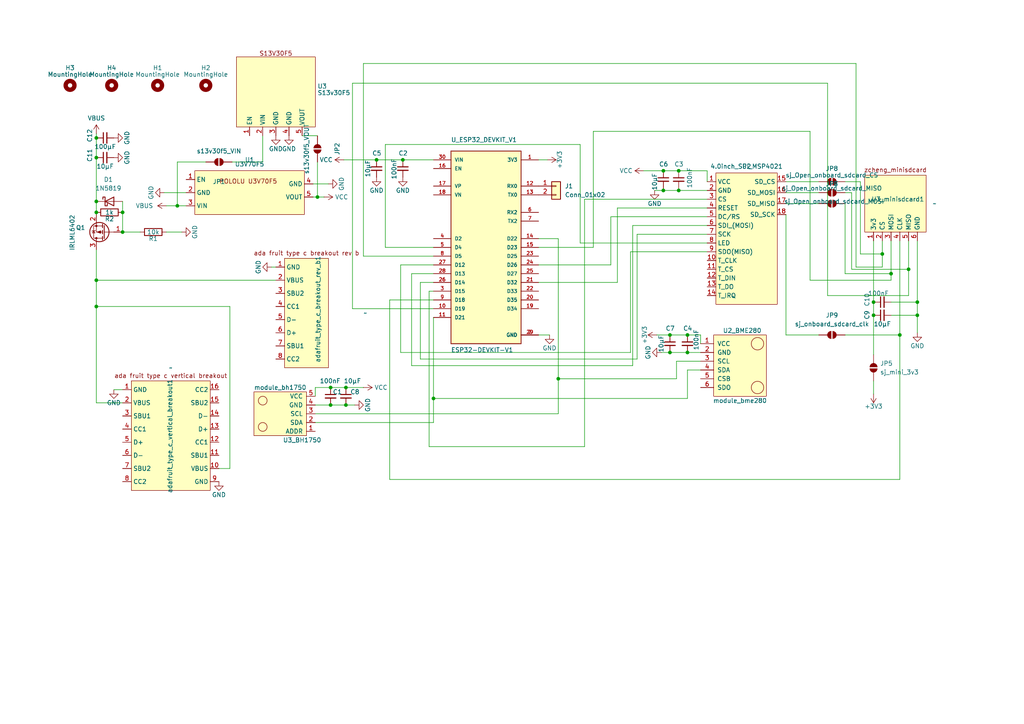
<source format=kicad_sch>
(kicad_sch (version 20231120) (generator "eeschema") (generator_version "8.0")
  (paper "A4")
  (title_block (title "Amefuri Kozo"))
  (lib_symbols
    (symbol "Connector_Generic:Conn_01x02" (pin_names (offset 1.016) hide)
      (property "Reference" "J" (at 0 2.54 0))
      (property "Value" "Conn_01x02" (at 0 -5.08 0))
      (symbol "Conn_01x02_1_1"
        (rectangle (start -1.27 -2.413) (end 0 -2.667) (stroke (width 0.1524)))
        (rectangle (start -1.27 0.127) (end 0 -0.127) (stroke (width 0.1524)))
        (rectangle (start -1.27 1.27) (end 1.27 -3.81) (stroke (width 0.254)) (fill (type background)))
        (pin passive line (at -5.08 0 0) (length 3.81) (name "Pin_1") (number "1"))
        (pin passive line (at -5.08 -2.54 0) (length 3.81) (name "Pin_2") (number "2"))
      )
    )
    (symbol "Device:C_Small" (pin_numbers hide) (pin_names (offset 0.254) hide)
      (property "Reference" "C" (at 0.254 1.778 0))
      (property "Value" "C_Small" (at 0.254 -2.032 0))
      (symbol "C_Small_0_1"
        (polyline (pts (xy -1.524 -0.508) (xy 1.524 -0.508)) (stroke (width 0.3302)))
        (polyline (pts (xy -1.524 0.508) (xy 1.524 0.508)) (stroke (width 0.3048)))
      )
      (symbol "C_Small_1_1"
        (pin passive line (at 0 2.54 270) (length 2.032) (name "~") (number "1"))
        (pin passive line (at 0 -2.54 90) (length 2.032) (name "~") (number "2"))
      )
    )
    (symbol "Device:R" (pin_numbers hide) (pin_names (offset 0))
      (property "Reference" "R" (at 2.032 0 90))
      (property "Value" "R" (at 0 0 90))
      (symbol "R_0_1"
        (rectangle (start -1.016 -2.54) (end 1.016 2.54) (stroke (width 0.254)))
      )
      (symbol "R_1_1"
        (pin passive line (at 0 3.81 270) (length 1.27) (name "~") (number "1"))
        (pin passive line (at 0 -3.81 90) (length 1.27) (name "~") (number "2"))
      )
    )
    (symbol "Diode:1N5819" (pin_numbers hide) (pin_names (offset 1.016) hide)
      (property "Reference" "D" (at 0 2.54 0))
      (property "Value" "1N5819" (at 0 -2.54 0))
      (symbol "1N5819_0_1"
        (polyline (pts (xy 1.27 0) (xy -1.27 0)))
        (polyline (pts (xy 1.27 1.27) (xy 1.27 -1.27) (xy -1.27 0) (xy 1.27 1.27)) (stroke (width 0.254)))
        (polyline (pts (xy -1.905 0.635) (xy -1.905 1.27) (xy -1.27 1.27) (xy -1.27 -1.27) (xy -0.635 -1.27) (xy -0.635 -0.635)) (stroke (width 0.254)))
      )
      (symbol "1N5819_1_1"
        (pin passive line (at -3.81 0 0) (length 2.54) (name "K") (number "1"))
        (pin passive line (at 3.81 0 180) (length 2.54) (name "A") (number "2"))
      )
    )
    (symbol "Jumper:SolderJumper_2_Open" (pin_numbers hide) (pin_names (offset 0) hide) (exclude_from_sim yes) (in_bom no)
      (property "Reference" "JP" (at 0 2.032 0))
      (property "Value" "SolderJumper_2_Open" (at 0 -2.54 0))
      (symbol "SolderJumper_2_Open_0_1"
        (arc (start -0.254 1.016) (mid -1.2656 0) (end -0.254 -1.016))
        (arc (start -0.254 1.016) (mid -1.2656 0) (end -0.254 -1.016) (fill (type outline)))
        (polyline (pts (xy -0.254 1.016) (xy -0.254 -1.016)))
        (polyline (pts (xy 0.254 1.016) (xy 0.254 -1.016)))
        (arc (start 0.254 -1.016) (mid 1.2656 0) (end 0.254 1.016))
        (arc (start 0.254 -1.016) (mid 1.2656 0) (end 0.254 1.016) (fill (type outline)))
      )
      (symbol "SolderJumper_2_Open_1_1"
        (pin passive line (at -3.81 0 0) (length 2.54) (name "A") (number "1"))
        (pin passive line (at 3.81 0 180) (length 2.54) (name "B") (number "2"))
      )
    )
    (symbol "Mechanical:MountingHole" (pin_names (offset 1.016))
      (property "Reference" "H" (at 0 5.08 0))
      (property "Value" "MountingHole" (at 0 3.175 0))
      (symbol "MountingHole_0_1"
        (circle (center 0 0) (radius 1.27) (stroke (width 1.27)))
      )
    )
    (symbol "Transistor_FET:IRLML6402" (pin_names hide)
      (property "Reference" "Q" (at 5.08 1.905 0))
      (property "Value" "IRLML6402" (at 5.08 0 0))
      (symbol "IRLML6402_0_1"
        (polyline (pts (xy 0.254 0) (xy -2.54 0)))
        (polyline (pts (xy 0.254 1.905) (xy 0.254 -1.905)) (stroke (width 0.254)))
        (polyline (pts (xy 0.762 -1.27) (xy 0.762 -2.286)) (stroke (width 0.254)))
        (polyline (pts (xy 0.762 0.508) (xy 0.762 -0.508)) (stroke (width 0.254)))
        (polyline (pts (xy 0.762 2.286) (xy 0.762 1.27)) (stroke (width 0.254)))
        (polyline (pts (xy 2.54 2.54) (xy 2.54 1.778)))
        (polyline (pts (xy 2.54 -2.54) (xy 2.54 0) (xy 0.762 0)))
        (polyline (pts (xy 0.762 1.778) (xy 3.302 1.778) (xy 3.302 -1.778) (xy 0.762 -1.778)))
        (polyline (pts (xy 2.286 0) (xy 1.27 0.381) (xy 1.27 -0.381) (xy 2.286 0)) (fill (type outline)))
        (polyline (pts (xy 2.794 -0.508) (xy 2.921 -0.381) (xy 3.683 -0.381) (xy 3.81 -0.254)))
        (polyline (pts (xy 3.302 -0.381) (xy 2.921 0.254) (xy 3.683 0.254) (xy 3.302 -0.381)))
        (circle (center 1.651 0) (radius 2.794) (stroke (width 0.254)))
        (circle (center 2.54 -1.778) (radius 0.254) (fill (type outline)))
        (circle (center 2.54 1.778) (radius 0.254) (fill (type outline)))
      )
      (symbol "IRLML6402_1_1"
        (pin input line (at -5.08 0 0) (length 2.54) (name "G") (number "1"))
        (pin passive line (at 2.54 -5.08 90) (length 2.54) (name "S") (number "2"))
        (pin passive line (at 2.54 5.08 270) (length 2.54) (name "D") (number "3"))
      )
    )
    (symbol "boost_converter:pololu_S13V30F5"
      (property "Reference" "U3" (at 12.065 0.3839 0))
      (property "Value" "S13v30F5" (at 12.065 -1.5212 0))
      (symbol "pololu_S13V30F5_1_1"
        (rectangle (start -11.43 8.89) (end 11.43 -11.43) (fill (type background)))
        (text "S13V30F5" (at 0 9.906 0) (effects (font (size 1.27 1.27))))
        (pin input line (at -7.62 -13.97 90) (length 2.54) (name "EN") (number "1"))
        (pin input line (at -3.81 -13.97 90) (length 2.54) (name "VIN") (number "2"))
        (pin input line (at 0 -13.97 90) (length 2.54) (name "GND") (number "3"))
        (pin input line (at 3.81 -13.97 90) (length 2.54) (name "GND") (number "4"))
        (pin input line (at 7.62 -13.97 90) (length 2.54) (name "VOUT") (number "5"))
      )
    )
    (symbol "buck_converter:U3V70F5"
      (property "Reference" "U" (at -14.224 7.366 0))
      (symbol "U3V70F5_1_1"
        (rectangle (start -15.24 6.35) (end 16.51 -6.35) (fill (type background)))
        (text "POLOLU U3V70F5" (at 0.254 3.302 0) (effects (font (size 1.27 1.27))))
        (pin input line (at -17.78 3.81 0) (length 2.54) (name "EN") (number "1"))
        (pin input line (at -17.78 0 0) (length 2.54) (name "GND") (number "2"))
        (pin input line (at -17.78 -3.81 0) (length 2.54) (name "VIN") (number "3"))
        (pin output line (at 19.05 2.54 180) (length 2.54) (name "GND") (number "4"))
        (pin output line (at 19.05 -1.27 180) (length 2.54) (name "VOUT") (number "5"))
      )
    )
    (symbol "doit-esp32-devkit-v1:ESP32-DEVKIT-V1" (pin_names (offset 1.016))
      (property "Reference" "U" (at -10.16 30.48 0))
      (property "Value" "ESP32-DEVKIT-V1" (at -10.16 -30.48 0))
      (symbol "ESP32-DEVKIT-V1_0_0"
        (rectangle (start -10.16 -27.94) (end 10.16 27.94) (stroke (width 0.254)) (fill (type background)))
        (pin output line (at 15.24 25.4 180) (length 5.08) (name "3V3") (number "1"))
        (pin bidirectional line (at -15.24 -17.78 0) (length 5.08) (name "D19") (number "10"))
        (pin bidirectional line (at -15.24 -20.32 0) (length 5.08) (name "D21") (number "11"))
        (pin input line (at 15.24 17.78 180) (length 5.08) (name "RX0") (number "12"))
        (pin output line (at 15.24 15.24 180) (length 5.08) (name "TX0") (number "13"))
        (pin bidirectional line (at 15.24 2.54 180) (length 5.08) (name "D22") (number "14"))
        (pin bidirectional line (at 15.24 0 180) (length 5.08) (name "D23") (number "15"))
        (pin input line (at -15.24 22.86 0) (length 5.08) (name "EN") (number "16"))
        (pin bidirectional line (at -15.24 17.78 0) (length 5.08) (name "VP") (number "17"))
        (pin bidirectional line (at -15.24 15.24 0) (length 5.08) (name "VN") (number "18"))
        (pin bidirectional line (at 15.24 -17.78 180) (length 5.08) (name "D34") (number "19"))
        (pin power_in line (at 15.24 -25.4 180) (length 5.08) (name "GND") (number "2"))
        (pin bidirectional line (at 15.24 -15.24 180) (length 5.08) (name "D35") (number "20"))
        (pin bidirectional line (at 15.24 -10.16 180) (length 5.08) (name "D32") (number "21"))
        (pin bidirectional line (at 15.24 -12.7 180) (length 5.08) (name "D33") (number "22"))
        (pin bidirectional line (at 15.24 -2.54 180) (length 5.08) (name "D25") (number "23"))
        (pin bidirectional line (at 15.24 -5.08 180) (length 5.08) (name "D26") (number "24"))
        (pin bidirectional line (at 15.24 -7.62 180) (length 5.08) (name "D27") (number "25"))
        (pin bidirectional line (at -15.24 -10.16 0) (length 5.08) (name "D14") (number "26"))
        (pin bidirectional line (at -15.24 -5.08 0) (length 5.08) (name "D12") (number "27"))
        (pin bidirectional line (at -15.24 -7.62 0) (length 5.08) (name "D13") (number "28"))
        (pin power_in line (at 15.24 -25.4 180) (length 5.08) (name "GND") (number "29"))
        (pin bidirectional line (at -15.24 -12.7 0) (length 5.08) (name "D15") (number "3"))
        (pin input line (at -15.24 25.4 0) (length 5.08) (name "VIN") (number "30"))
        (pin bidirectional line (at -15.24 2.54 0) (length 5.08) (name "D2") (number "4"))
        (pin bidirectional line (at -15.24 0 0) (length 5.08) (name "D4") (number "5"))
        (pin input line (at 15.24 10.16 180) (length 5.08) (name "RX2") (number "6"))
        (pin output line (at 15.24 7.62 180) (length 5.08) (name "TX2") (number "7"))
        (pin bidirectional line (at -15.24 -2.54 0) (length 5.08) (name "D5") (number "8"))
        (pin bidirectional line (at -15.24 -15.24 0) (length 5.08) (name "D18") (number "9"))
      )
    )
    (symbol "lcd:4.0inch_SPI_MSP4021"
      (property "Reference" "U" (at 0 0 0))
      (property "Value" "4.0inch_SPI_MSP4021" (at 0 0 0))
      (symbol "4.0inch_SPI_MSP4021_0_1"
        (rectangle (start -8.89 -1.905) (end 8.89 -40.005) (stroke (width 0.1524)) (fill (type background)))
      )
      (symbol "4.0inch_SPI_MSP4021_1_1"
        (pin input line (at -11.43 -4.445 0) (length 2.54) (name "VCC") (number "1"))
        (pin input line (at -11.43 -27.305 0) (length 2.54) (name "T_CLK") (number "10"))
        (pin input line (at -11.43 -29.845 0) (length 2.54) (name "T_CS") (number "11"))
        (pin input line (at -11.43 -32.385 0) (length 2.54) (name "T_DIN") (number "12"))
        (pin input line (at -11.43 -34.925 0) (length 2.54) (name "T_DO") (number "13"))
        (pin input line (at -11.43 -37.465 0) (length 2.54) (name "T_IRQ") (number "14"))
        (pin input line (at 11.43 -4.445 180) (length 2.54) (name "SD_CS") (number "15"))
        (pin input line (at 11.43 -7.62 180) (length 2.54) (name "SD_MOSI") (number "16"))
        (pin input line (at 11.43 -10.795 180) (length 2.54) (name "SD_MISO") (number "17"))
        (pin input line (at 11.43 -13.97 180) (length 2.54) (name "SD_SCK") (number "18"))
        (pin input line (at -11.43 -6.985 0) (length 2.54) (name "GND") (number "2"))
        (pin input line (at -11.43 -9.525 0) (length 2.54) (name "CS") (number "3"))
        (pin input line (at -11.43 -12.065 0) (length 2.54) (name "RESET") (number "4"))
        (pin input line (at -11.43 -14.605 0) (length 2.54) (name "DC/RS") (number "5"))
        (pin input line (at -11.43 -17.145 0) (length 2.54) (name "SDI_(MOSI)") (number "6"))
        (pin input line (at -11.43 -19.685 0) (length 2.54) (name "SCK") (number "7"))
        (pin input line (at -11.43 -22.225 0) (length 2.54) (name "LED") (number "8"))
        (pin input line (at -11.43 -24.765 0) (length 2.54) (name "SDO(MISO)") (number "9"))
      )
    )
    (symbol "power:+3V3" (power) (pin_names (offset 0))
      (property "Value" "+3V3" (at 0 3.556 0))
      (symbol "+3V3_0_1"
        (polyline (pts (xy -0.762 1.27) (xy 0 2.54)))
        (polyline (pts (xy 0 0) (xy 0 2.54)))
        (polyline (pts (xy 0 2.54) (xy 0.762 1.27)))
      )
      (symbol "+3V3_1_1"
        (pin power_in line (at 0 0 90) (length 0) hide (name "+3V3") (number "1"))
      )
    )
    (symbol "power:GND" (power) (pin_names (offset 0))
      (property "Value" "GND" (at 0 -3.81 0))
      (symbol "GND_0_1"
        (polyline (pts (xy 0 0) (xy 0 -1.27) (xy 1.27 -1.27) (xy 0 -2.54) (xy -1.27 -1.27) (xy 0 -1.27)))
      )
      (symbol "GND_1_1"
        (pin power_in line (at 0 0 270) (length 0) hide (name "GND") (number "1"))
      )
    )
    (symbol "power:VBUS" (power) (pin_numbers hide) (pin_names (offset 0) hide)
      (property "Value" "VBUS" (at 0 3.556 0))
      (symbol "VBUS_0_1"
        (polyline (pts (xy -0.762 1.27) (xy 0 2.54)))
        (polyline (pts (xy 0 0) (xy 0 2.54)))
        (polyline (pts (xy 0 2.54) (xy 0.762 1.27)))
      )
      (symbol "VBUS_1_1"
        (pin power_in line (at 0 0 90) (length 0) (name "~") (number "1"))
      )
    )
    (symbol "power:VCC" (power) (pin_numbers hide) (pin_names (offset 0) hide)
      (property "Value" "VCC" (at 0 3.556 0))
      (symbol "VCC_0_1"
        (polyline (pts (xy -0.762 1.27) (xy 0 2.54)))
        (polyline (pts (xy 0 0) (xy 0 2.54)))
        (polyline (pts (xy 0 2.54) (xy 0.762 1.27)))
      )
      (symbol "VCC_1_1"
        (pin power_in line (at 0 0 90) (length 0) (name "~") (number "1"))
      )
    )
    (symbol "usb_breakout:adafruit_usb_type_c_breakout_rev_b" (in_bom no)
      (property "Reference" "U" (at 5.08 0 0))
      (symbol "adafruit_usb_type_c_breakout_rev_b_1_1"
        (rectangle (start -6.35 12.7) (end 6.35 -19.05) (fill (type background)))
        (text "ada fruit type c breakout rev b" (at 0 14.224 0) (effects (font (size 1.27 1.27))))
        (pin output line (at -8.89 10.16 0) (length 2.54) (name "GND") (number "1"))
        (pin output line (at -8.89 6.35 0) (length 2.54) (name "VBUS") (number "2"))
        (pin output line (at -8.89 2.54 0) (length 2.54) (name "SBU2") (number "3"))
        (pin output line (at -8.89 -1.27 0) (length 2.54) (name "CC1") (number "4"))
        (pin output line (at -8.89 -5.08 0) (length 2.54) (name "D-") (number "5"))
        (pin output line (at -8.89 -8.89 0) (length 2.54) (name "D+") (number "6"))
        (pin output line (at -8.89 -12.7 0) (length 2.54) (name "SBU1") (number "7"))
        (pin output line (at -8.89 -16.51 0) (length 2.54) (name "CC2") (number "8"))
      )
    )
    (symbol "usb_breakout:adafruit_usb_type_c_vertical_breakout" (in_bom no)
      (property "Reference" "U" (at 0 0 0))
      (symbol "adafruit_usb_type_c_vertical_breakout_1_1"
        (rectangle (start -11.43 12.7) (end 11.43 -19.05) (fill (type background)))
        (text "ada fruit type c vertical breakout" (at 0 14.224 0) (effects (font (size 1.27 1.27))))
        (pin output line (at -13.97 10.16 0) (length 2.54) (name "GND") (number "1"))
        (pin output line (at 13.97 -12.7 180) (length 2.54) (name "VBUS") (number "10"))
        (pin output line (at 13.97 -8.89 180) (length 2.54) (name "SBU1") (number "11"))
        (pin output line (at 13.97 -5.08 180) (length 2.54) (name "CC1") (number "12"))
        (pin output line (at 13.97 -1.27 180) (length 2.54) (name "D+") (number "13"))
        (pin output line (at 13.97 2.54 180) (length 2.54) (name "D-") (number "14"))
        (pin output line (at 13.97 6.35 180) (length 2.54) (name "SBU2") (number "15"))
        (pin output line (at 13.97 10.16 180) (length 2.54) (name "CC2") (number "16"))
        (pin output line (at -13.97 6.35 0) (length 2.54) (name "VBUS") (number "2"))
        (pin output line (at -13.97 2.54 0) (length 2.54) (name "SBU1") (number "3"))
        (pin output line (at -13.97 -1.27 0) (length 2.54) (name "CC1") (number "4"))
        (pin output line (at -13.97 -5.08 0) (length 2.54) (name "D+") (number "5"))
        (pin output line (at -13.97 -8.89 0) (length 2.54) (name "D-") (number "6"))
        (pin output line (at -13.97 -12.7 0) (length 2.54) (name "SBU2") (number "7"))
        (pin output line (at -13.97 -16.51 0) (length 2.54) (name "CC2") (number "8"))
        (pin output line (at 13.97 -16.51 180) (length 2.54) (name "GND") (number "9"))
      )
    )
    (symbol "usini_sensors:module_bh1750" (pin_names (offset 1.016))
      (property "Reference" "U" (at 3.81 10.16 0))
      (property "Value" "module_bh1750" (at 10.16 -5.08 0))
      (symbol "module_bh1750_0_1"
        (rectangle (start 2.54 8.89) (end 17.78 -3.81) (fill (type background)))
        (circle (center 15.24 -1.27) (radius 1.27))
        (circle (center 15.24 6.35) (radius 1.27))
      )
      (symbol "module_bh1750_1_1"
        (pin input line (at 0 7.62 0) (length 2.54) (name "ADDR") (number "1"))
        (pin input line (at 0 5.08 0) (length 2.54) (name "SDA") (number "2"))
        (pin input line (at 0 2.54 0) (length 2.54) (name "SCL") (number "3"))
        (pin input line (at 0 0 0) (length 2.54) (name "GND") (number "4"))
        (pin input line (at 0 -2.54 0) (length 2.54) (name "VCC") (number "5"))
      )
    )
    (symbol "usini_sensors:module_bme280" (pin_names (offset 1.016))
      (property "Reference" "U" (at 3.81 11.43 0))
      (property "Value" "module_bme280" (at 11.43 -8.89 0))
      (symbol "module_bme280_0_1"
        (rectangle (start 3.81 -7.62) (end 19.05 10.16) (fill (type background)))
        (circle (center 16.51 -5.08) (radius 1.8034))
        (circle (center 16.51 7.62) (radius 1.8034))
      )
      (symbol "module_bme280_1_1"
        (pin passive line (at 0 7.62 0) (length 3.81) (name "VCC") (number "1"))
        (pin passive line (at 0 5.08 0) (length 3.81) (name "GND") (number "2"))
        (pin passive line (at 0 2.54 0) (length 3.81) (name "SCL") (number "3"))
        (pin passive line (at 0 0 0) (length 3.81) (name "SDA") (number "4"))
        (pin passive line (at 0 -2.54 0) (length 3.81) (name "CSB") (number "5"))
        (pin passive line (at 0 -5.08 0) (length 3.81) (name "SDO") (number "6"))
      )
    )
    (symbol "zicheng_minisdcard:zicheng_minisdcard"
      (property "Reference" "U" (at 0 0 0))
      (symbol "zicheng_minisdcard_1_1"
        (rectangle (start -8.89 8.89) (end 8.89 -7.62) (fill (type background)))
        (text "zcheng_minisdcard" (at 0 10.414 0) (effects (font (size 1.27 1.27))))
        (pin input line (at -6.35 -10.16 90) (length 2.54) (name "3v3") (number "1"))
        (pin input line (at -3.81 -10.16 90) (length 2.54) (name "CS") (number "2"))
        (pin input line (at -1.27 -10.16 90) (length 2.54) (name "MOSI") (number "3"))
        (pin input line (at 1.27 -10.16 90) (length 2.54) (name "CLK") (number "4"))
        (pin input line (at 3.81 -10.16 90) (length 2.54) (name "MISO") (number "5"))
        (pin input line (at 6.35 -10.16 90) (length 2.54) (name "GND") (number "6"))
      )
    )
  )
  (junction (at 27.94 88.9))
  (junction (at 92.075 57.15))
  (junction (at 253.365 87.63))
  (junction (at 194.31 102.235))
  (junction (at 125.73 115.57))
  (junction (at 194.31 97.155))
  (junction (at 95.885 112.395))
  (junction (at 255.905 73.66))
  (junction (at 199.39 97.155))
  (junction (at 258.445 79.375))
  (junction (at 192.405 49.53))
  (junction (at 260.985 97.155))
  (junction (at 266.065 91.44))
  (junction (at 161.925 109.855))
  (junction (at 51.435 59.69))
  (junction (at 27.94 58.42))
  (junction (at 192.405 55.245))
  (junction (at 27.94 81.28))
  (junction (at 253.365 91.44))
  (junction (at 266.065 87.63))
  (junction (at 35.56 67.31))
  (junction (at 100.33 117.475))
  (junction (at 109.22 46.355))
  (junction (at 95.885 117.475))
  (junction (at 196.85 55.245))
  (junction (at 199.39 102.235))
  (junction (at 196.85 49.53))
  (junction (at 263.525 78.105))
  (junction (at 35.56 61.595))
  (junction (at 116.84 46.355))
  (junction (at 100.33 112.395))
  (junction (at 27.94 45.72))
  (junction (at 27.94 61.595))
  (junction (at 27.94 40.005))
  (wire (pts (xy 205.105 62.865) (xy 177.165 62.865)))
  (wire (pts (xy 113.03 139.065) (xy 260.985 139.065)))
  (wire (pts (xy 258.445 91.44) (xy 266.065 91.44)))
  (wire (pts (xy 196.85 54.61) (xy 196.85 55.245)))
  (wire (pts (xy 194.31 97.155) (xy 199.39 97.155)))
  (wire (pts (xy 48.26 59.69) (xy 51.435 59.69)))
  (wire (pts (xy 27.94 38.735) (xy 27.94 40.005)))
  (wire (pts (xy 51.435 59.69) (xy 53.975 59.69)))
  (wire (pts (xy 95.885 117.475) (xy 100.33 117.475)))
  (wire (pts (xy 35.56 58.42) (xy 35.56 61.595)))
  (wire (pts (xy 182.88 73.025) (xy 182.88 102.235)))
  (wire (pts (xy 66.675 135.89) (xy 63.5 135.89)))
  (wire (pts (xy 196.85 49.53) (xy 205.105 49.53)))
  (wire (pts (xy 105.41 74.295) (xy 125.73 74.295)))
  (wire (pts (xy 172.085 38.1) (xy 234.95 38.1)))
  (wire (pts (xy 234.95 38.1) (xy 234.95 81.28)))
  (wire (pts (xy 27.94 72.39) (xy 27.94 81.28)))
  (wire (pts (xy 245.11 59.055) (xy 245.11 79.375)))
  (wire (pts (xy 121.92 104.14) (xy 121.92 81.915)))
  (wire (pts (xy 227.965 62.23) (xy 227.965 97.155)))
  (wire (pts (xy 161.925 69.215) (xy 156.21 69.215)))
  (wire (pts (xy 116.205 76.835) (xy 125.73 76.835)))
  (wire (pts (xy 177.165 76.835) (xy 156.21 76.835)))
  (wire (pts (xy 240.03 24.13) (xy 240.03 85.725)))
  (wire (pts (xy 191.77 102.235) (xy 194.31 102.235)))
  (wire (pts (xy 102.235 24.13) (xy 240.03 24.13)))
  (wire (pts (xy 27.94 88.9) (xy 27.94 116.84)))
  (wire (pts (xy 124.46 129.54) (xy 124.46 84.455)))
  (wire (pts (xy 102.235 24.13) (xy 102.235 89.535)))
  (wire (pts (xy 263.525 78.105) (xy 263.525 69.85)))
  (wire (pts (xy 27.94 81.28) (xy 27.94 88.9)))
  (wire (pts (xy 248.285 18.415) (xy 248.285 77.47)))
  (wire (pts (xy 169.545 129.54) (xy 124.46 129.54)))
  (wire (pts (xy 203.2 104.775) (xy 196.215 104.775)))
  (wire (pts (xy 35.56 67.31) (xy 40.64 67.31)))
  (wire (pts (xy 184.785 67.945) (xy 184.785 104.14)))
  (wire (pts (xy 255.905 77.47) (xy 255.905 73.66)))
  (wire (pts (xy 203.2 107.315) (xy 199.39 107.315)))
  (wire (pts (xy 194.31 102.235) (xy 199.39 102.235)))
  (wire (pts (xy 33.02 113.03) (xy 35.56 113.03)))
  (wire (pts (xy 205.105 57.785) (xy 169.545 57.785)))
  (wire (pts (xy 199.39 102.235) (xy 203.2 102.235)))
  (wire (pts (xy 119.38 106.045) (xy 119.38 79.375)))
  (wire (pts (xy 258.445 87.63) (xy 266.065 87.63)))
  (wire (pts (xy 87.63 39.37) (xy 92.075 39.37)))
  (wire (pts (xy 247.015 55.88) (xy 247.015 78.105)))
  (wire (pts (xy 245.11 97.155) (xy 260.985 97.155)))
  (wire (pts (xy 27.94 81.28) (xy 80.01 81.28)))
  (wire (pts (xy 248.285 77.47) (xy 255.905 77.47)))
  (wire (pts (xy 205.105 65.405) (xy 183.515 65.405)))
  (wire (pts (xy 186.69 49.53) (xy 192.405 49.53)))
  (wire (pts (xy 184.785 104.14) (xy 121.92 104.14)))
  (wire (pts (xy 102.235 89.535) (xy 125.73 89.535)))
  (wire (pts (xy 105.41 18.415) (xy 248.285 18.415)))
  (wire (pts (xy 156.21 97.155) (xy 159.385 97.155)))
  (wire (pts (xy 113.03 86.995) (xy 113.03 139.065)))
  (wire (pts (xy 266.065 87.63) (xy 266.065 91.44)))
  (wire (pts (xy 227.965 97.155) (xy 237.49 97.155)))
  (wire (pts (xy 172.085 38.1) (xy 172.085 71.755)))
  (wire (pts (xy 109.22 46.355) (xy 116.84 46.355)))
  (wire (pts (xy 169.545 57.785) (xy 169.545 129.54)))
  (wire (pts (xy 253.365 87.63) (xy 253.365 91.44)))
  (wire (pts (xy 199.39 97.155) (xy 203.2 97.155)))
  (wire (pts (xy 91.44 120.015) (xy 161.925 120.015)))
  (wire (pts (xy 179.07 81.915) (xy 156.21 81.915)))
  (wire (pts (xy 249.555 52.705) (xy 249.555 73.66)))
  (wire (pts (xy 91.44 112.395) (xy 95.885 112.395)))
  (wire (pts (xy 168.275 70.485) (xy 168.275 41.91)))
  (wire (pts (xy 35.56 61.595) (xy 35.56 67.31)))
  (wire (pts (xy 260.985 139.065) (xy 260.985 97.155)))
  (wire (pts (xy 263.525 85.725) (xy 263.525 78.105)))
  (wire (pts (xy 192.405 55.245) (xy 196.85 55.245)))
  (wire (pts (xy 90.805 53.34) (xy 95.25 53.34)))
  (wire (pts (xy 183.515 106.045) (xy 119.38 106.045)))
  (wire (pts (xy 196.215 109.855) (xy 161.925 109.855)))
  (wire (pts (xy 245.11 79.375) (xy 258.445 79.375)))
  (wire (pts (xy 27.94 58.42) (xy 27.94 61.595)))
  (wire (pts (xy 190.5 97.155) (xy 194.31 97.155)))
  (wire (pts (xy 27.94 40.005) (xy 27.94 45.72)))
  (wire (pts (xy 199.39 115.57) (xy 125.73 115.57)))
  (wire (pts (xy 125.73 92.075) (xy 125.73 115.57)))
  (wire (pts (xy 205.105 49.53) (xy 205.105 52.705)))
  (wire (pts (xy 116.84 46.355) (xy 125.73 46.355)))
  (wire (pts (xy 99.695 46.355) (xy 109.22 46.355)))
  (wire (pts (xy 245.11 52.705) (xy 249.555 52.705)))
  (wire (pts (xy 27.94 88.9) (xy 66.675 88.9)))
  (wire (pts (xy 245.11 55.88) (xy 247.015 55.88)))
  (wire (pts (xy 59.69 46.99) (xy 51.435 46.99)))
  (wire (pts (xy 78.74 77.47) (xy 80.01 77.47)))
  (wire (pts (xy 199.39 107.315) (xy 199.39 115.57)))
  (wire (pts (xy 27.94 61.595) (xy 27.94 62.23)))
  (wire (pts (xy 90.805 57.15) (xy 92.075 57.15)))
  (wire (pts (xy 105.41 18.415) (xy 105.41 74.295)))
  (wire (pts (xy 91.44 122.555) (xy 125.73 122.555)))
  (wire (pts (xy 35.56 116.84) (xy 27.94 116.84)))
  (wire (pts (xy 258.445 81.28) (xy 258.445 79.375)))
  (wire (pts (xy 183.515 65.405) (xy 183.515 106.045)))
  (wire (pts (xy 111.76 41.91) (xy 111.76 71.755)))
  (wire (pts (xy 227.965 52.705) (xy 237.49 52.705)))
  (wire (pts (xy 260.985 97.155) (xy 260.985 69.85)))
  (wire (pts (xy 51.435 46.99) (xy 51.435 59.69)))
  (wire (pts (xy 66.675 88.9) (xy 66.675 135.89)))
  (wire (pts (xy 179.07 60.325) (xy 179.07 81.915)))
  (wire (pts (xy 253.365 102.87) (xy 253.365 91.44)))
  (wire (pts (xy 91.44 117.475) (xy 95.885 117.475)))
  (wire (pts (xy 161.925 109.855) (xy 161.925 120.015)))
  (wire (pts (xy 253.365 69.85) (xy 253.365 87.63)))
  (wire (pts (xy 255.905 73.66) (xy 255.905 69.85)))
  (wire (pts (xy 91.44 112.395) (xy 91.44 114.935)))
  (wire (pts (xy 258.445 79.375) (xy 258.445 69.85)))
  (wire (pts (xy 76.2 39.37) (xy 76.2 46.99)))
  (wire (pts (xy 168.275 70.485) (xy 205.105 70.485)))
  (wire (pts (xy 189.865 55.245) (xy 192.405 55.245)))
  (wire (pts (xy 234.95 81.28) (xy 258.445 81.28)))
  (wire (pts (xy 196.85 55.245) (xy 205.105 55.245)))
  (wire (pts (xy 116.205 102.235) (xy 116.205 76.835)))
  (wire (pts (xy 113.03 86.995) (xy 125.73 86.995)))
  (wire (pts (xy 205.105 60.325) (xy 179.07 60.325)))
  (wire (pts (xy 203.2 97.155) (xy 203.2 99.695)))
  (wire (pts (xy 161.925 69.215) (xy 161.925 109.855)))
  (wire (pts (xy 47.625 55.88) (xy 53.975 55.88)))
  (wire (pts (xy 247.015 78.105) (xy 263.525 78.105)))
  (wire (pts (xy 121.92 81.915) (xy 125.73 81.915)))
  (wire (pts (xy 172.085 71.755) (xy 156.21 71.755)))
  (wire (pts (xy 205.105 73.025) (xy 182.88 73.025)))
  (wire (pts (xy 111.76 71.755) (xy 125.73 71.755)))
  (wire (pts (xy 182.88 102.235) (xy 116.205 102.235)))
  (wire (pts (xy 76.2 46.99) (xy 67.31 46.99)))
  (wire (pts (xy 177.165 62.865) (xy 177.165 76.835)))
  (wire (pts (xy 249.555 73.66) (xy 255.905 73.66)))
  (wire (pts (xy 192.405 49.53) (xy 196.85 49.53)))
  (wire (pts (xy 168.275 41.91) (xy 111.76 41.91)))
  (wire (pts (xy 27.94 45.72) (xy 27.94 58.42)))
  (wire (pts (xy 196.215 104.775) (xy 196.215 109.855)))
  (wire (pts (xy 240.03 85.725) (xy 263.525 85.725)))
  (wire (pts (xy 119.38 79.375) (xy 125.73 79.375)))
  (wire (pts (xy 92.075 57.15) (xy 93.98 57.15)))
  (wire (pts (xy 156.21 46.355) (xy 158.75 46.355)))
  (wire (pts (xy 92.075 46.99) (xy 92.075 57.15)))
  (wire (pts (xy 192.405 54.61) (xy 192.405 55.245)))
  (wire (pts (xy 266.065 91.44) (xy 266.065 96.52)))
  (wire (pts (xy 227.965 55.88) (xy 237.49 55.88)))
  (wire (pts (xy 95.885 112.395) (xy 100.33 112.395)))
  (wire (pts (xy 48.26 67.31) (xy 52.705 67.31)))
  (wire (pts (xy 266.065 69.85) (xy 266.065 87.63)))
  (wire (pts (xy 205.105 67.945) (xy 184.785 67.945)))
  (wire (pts (xy 237.49 59.055) (xy 227.965 59.055)))
  (wire (pts (xy 124.46 84.455) (xy 125.73 84.455)))
  (wire (pts (xy 100.33 112.395) (xy 105.41 112.395)))
  (wire (pts (xy 100.33 117.475) (xy 102.87 117.475)))
  (wire (pts (xy 125.73 115.57) (xy 125.73 122.555)))
  (wire (pts (xy 253.365 114.3) (xy 253.365 110.49)))
  (symbol (lib_id "usini_sensors:module_bme280") (at 203.2 107.315 0) (unit 1)
    (property "Reference" "U2_BME280" (at 215.265 95.885 0))
    (property "Value" "module_bme280" (at 214.63 116.205 0))
    (property "Footprint" "usini_sensors:module_bme280" (effects (hide yes)))
  )
  (symbol (lib_id "Device:C_Small") (at 30.48 45.72 90) (unit 1)
    (property "Reference" "C11" (at 26.035 46.99 0) (effects (justify left)))
    (property "Value" "10µF" (at 33.02 48.26 90) (effects (justify left)))
    (property "Footprint" "Capacitor_SMD:C_1206_3216Metric_Pad1.33x1.80mm_HandSolder" (effects (hide yes)))
    (property "Description" "Unpolarized capacitor, small symbol" (effects (hide yes)))
  )
  (symbol (lib_id "buck_converter:U3V70F5") (at 71.755 55.88 0) (unit 1)
    (property "Reference" "U1" (at 72.39 46.355 0))
    (property "Value" "U3V70F5" (at 72.39 47.625 0))
    (property "Footprint" "boost_converter:Pololu U3V70F5" (effects (hide yes)))
  )
  (symbol (lib_id "Device:C_Small") (at 30.48 40.005 90) (unit 1)
    (property "Reference" "C12" (at 26.035 41.275 0) (effects (justify left)))
    (property "Value" "100 µF" (at 33.655 42.545 90) (effects (justify left)))
    (property "Footprint" "Capacitor_SMD:C_1206_3216Metric_Pad1.33x1.80mm_HandSolder" (effects (hide yes)))
    (property "Description" "Unpolarized capacitor, small symbol" (effects (hide yes)))
  )
  (symbol (lib_id "power:GND") (at 33.02 40.005 90) (unit 1)
    (property "Reference" "#PWR019" (effects (hide yes)))
    (property "Value" "GND" (at 36.83 40.005 0))
  )
  (symbol (lib_id "Device:C_Small") (at 192.405 52.07 0) (unit 1)
    (property "Reference" "C6" (at 191.135 47.625 0) (effects (justify left)))
    (property "Value" "10µF" (at 189.865 55.245 90) (effects (justify left)))
    (property "Footprint" "Capacitor_SMD:C_1206_3216Metric_Pad1.33x1.80mm_HandSolder" (effects (hide yes)))
    (property "Description" "Unpolarized capacitor, small symbol" (effects (hide yes)))
  )
  (symbol (lib_id "power:GND") (at 116.84 51.435 0) (unit 1)
    (property "Reference" "#PWR04" (effects (hide yes)))
    (property "Value" "GND" (at 116.84 55.245 0))
  )
  (symbol (lib_id "Device:C_Small") (at 196.85 52.07 0) (unit 1)
    (property "Reference" "C3" (at 195.58 47.625 0) (effects (justify left)))
    (property "Value" "100nF" (at 200.025 54.61 90) (effects (justify left)))
    (property "Footprint" "Capacitor_SMD:C_1206_3216Metric_Pad1.33x1.80mm_HandSolder" (effects (hide yes)))
    (property "Description" "Unpolarized capacitor, small symbol" (effects (hide yes)))
  )
  (symbol (lib_id "Device:C_Small") (at 95.885 114.935 0) (unit 1)
    (property "Reference" "C1" (at 96.52 113.665 0) (effects (justify left)))
    (property "Value" "100nF" (at 92.71 110.49 0) (effects (justify left)))
    (property "Footprint" "Capacitor_SMD:C_1206_3216Metric_Pad1.33x1.80mm_HandSolder" (effects (hide yes)))
    (property "Description" "Unpolarized capacitor, small symbol" (effects (hide yes)))
  )
  (symbol (lib_id "Jumper:SolderJumper_2_Open") (at 253.365 106.68 90) (unit 1) (exclude_from_sim yes) (in_bom no)
    (property "Reference" "JP5" (at 255.27 105.4099 90) (effects (justify right)))
    (property "Value" "sj_mini_3v3" (at 255.27 107.9499 90) (effects (justify right)))
    (property "Footprint" "Jumper:SolderJumper-2_P1.3mm_Open_RoundedPad1.0x1.5mm" (effects (hide yes)))
    (property "Description" "Solder Jumper, 2-pole, open" (effects (hide yes)))
  )
  (symbol (lib_id "power:GND") (at 63.5 139.7 0) (unit 1)
    (property "Reference" "#PWR07" (effects (hide yes)))
    (property "Value" "GND" (at 63.5 143.51 0))
  )
  (symbol (lib_id "Mechanical:MountingHole") (at 45.72 24.765 0) (unit 1)
    (property "Reference" "H1" (at 45.72 19.685 0))
    (property "Value" "MountingHole" (at 45.72 21.59 0))
    (property "Footprint" "MountingHole:MountingHole_2.2mm_M2" (effects (hide yes)))
  )
  (symbol (lib_id "power:GND") (at 159.385 97.155 0) (unit 1)
    (property "Reference" "#PWR0103" (effects (hide yes)))
    (property "Value" "GND" (at 159.385 100.965 0))
  )
  (symbol (lib_id "power:VCC") (at 105.41 112.395 270) (unit 1)
    (property "Reference" "#PWR011" (effects (hide yes)))
    (property "Value" "VCC" (at 108.585 112.3949 90) (effects (justify left)))
    (property "Description" "Power symbol creates a global label with name \"VCC\"" (effects (hide yes)))
  )
  (symbol (lib_id "lcd:4.0inch_SPI_MSP4021") (at 216.535 48.26 0) (unit 1)
    (property "Reference" "U2" (at 216.535 48.26 0))
    (property "Value" "4.0inch_SPI_MSP4021" (at 216.535 48.26 0))
    (property "Footprint" "lcd:4.0inch_SPI" (effects (hide yes)))
  )
  (symbol (lib_id "power:VBUS") (at 27.94 38.735 0) (unit 1)
    (property "Reference" "#PWR013" (effects (hide yes)))
    (property "Value" "VBUS" (at 27.94 34.29 0))
    (property "Description" "Power symbol creates a global label with name \"VBUS\"" (effects (hide yes)))
  )
  (symbol (lib_id "power:+3V3") (at 158.75 46.355 270) (unit 1)
    (property "Reference" "#PWR0106" (effects (hide yes)))
    (property "Value" "+3V3" (at 162.306 46.355 0))
  )
  (symbol (lib_id "power:GND") (at 52.705 67.31 90) (unit 1)
    (property "Reference" "#PWR015" (effects (hide yes)))
    (property "Value" "GND" (at 56.515 67.31 0))
  )
  (symbol (lib_id "Device:C_Small") (at 109.22 48.895 0) (unit 1)
    (property "Reference" "C5" (at 107.95 44.45 0) (effects (justify left)))
    (property "Value" "10µF" (at 106.68 51.435 90) (effects (justify left)))
    (property "Footprint" "Capacitor_SMD:C_1206_3216Metric_Pad1.33x1.80mm_HandSolder" (effects (hide yes)))
    (property "Description" "Unpolarized capacitor, small symbol" (effects (hide yes)))
  )
  (symbol (lib_id "power:GND") (at 47.625 55.88 270) (unit 1)
    (property "Reference" "#PWR03" (effects (hide yes)))
    (property "Value" "GND" (at 43.815 55.88 0))
  )
  (symbol (lib_id "power:GND") (at 83.82 39.37 0) (unit 1)
    (property "Reference" "#PWR018" (effects (hide yes)))
    (property "Value" "GND" (at 83.82 43.18 0))
  )
  (symbol (lib_id "Jumper:SolderJumper_2_Open") (at 241.3 52.705 0) (unit 1) (exclude_from_sim yes) (in_bom no)
    (property "Reference" "JP8" (at 241.3 48.895 0))
    (property "Value" "sj_Open_onboard_sdcard_CS" (at 241.3 50.8 0))
    (property "Footprint" "Jumper:SolderJumper-2_P1.3mm_Open_RoundedPad1.0x1.5mm" (effects (hide yes)))
    (property "Description" "Solder Jumper, 2-pole, open" (effects (hide yes)))
  )
  (symbol (lib_id "power:GND") (at 109.22 51.435 0) (unit 1)
    (property "Reference" "#PWR012" (effects (hide yes)))
    (property "Value" "GND" (at 109.22 55.245 0))
  )
  (symbol (lib_id "Device:R") (at 44.45 67.31 270) (mirror x) (unit 1)
    (property "Reference" "R1" (at 44.45 69.215 90))
    (property "Value" "10k" (at 44.45 67.31 90))
    (property "Footprint" "Resistor_SMD:R_1206_3216Metric" (effects (hide yes)))
    (property "Description" "Resistor" (effects (hide yes)))
  )
  (symbol (lib_id "power:GND") (at 78.74 77.47 270) (unit 1)
    (property "Reference" "#PWR05" (effects (hide yes)))
    (property "Value" "GND" (at 74.93 77.47 0))
  )
  (symbol (lib_id "usini_sensors:module_bh1750") (at 91.44 117.475 180) (unit 1)
    (property "Reference" "U3_BH1750" (at 87.63 127.635 0))
    (property "Value" "module_bh1750" (at 81.28 112.395 0))
    (property "Footprint" "usini_sensors:module_bh1750" (effects (hide yes)))
  )
  (symbol (lib_id "power:GND") (at 80.01 39.37 0) (unit 1)
    (property "Reference" "#PWR017" (effects (hide yes)))
    (property "Value" "GND" (at 80.01 43.18 0))
  )
  (symbol (lib_id "power:GND") (at 189.865 55.245 0) (unit 1)
    (property "Reference" "#PWR0110" (effects (hide yes)))
    (property "Value" "GND" (at 189.865 59.055 0))
  )
  (symbol (lib_id "power:VCC") (at 93.98 57.15 270) (unit 1)
    (property "Reference" "#PWR01" (effects (hide yes)))
    (property "Value" "VCC" (at 97.155 57.1499 90) (effects (justify left)))
    (property "Description" "Power symbol creates a global label with name \"VCC\"" (effects (hide yes)))
  )
  (symbol (lib_id "Jumper:SolderJumper_2_Open") (at 241.3 59.055 0) (unit 1) (exclude_from_sim yes) (in_bom no)
    (property "Reference" "JP7" (at 241.3 53.34 0))
    (property "Value" "sj_Open_onboard_sdcard_MISO" (at 241.3 54.61 0))
    (property "Footprint" "Jumper:SolderJumper-2_P1.3mm_Open_RoundedPad1.0x1.5mm" (effects (hide yes)))
    (property "Description" "Solder Jumper, 2-pole, open" (effects (hide yes)))
  )
  (symbol (lib_id "power:GND") (at 191.77 102.235 270) (unit 1)
    (property "Reference" "#PWR0101" (effects (hide yes)))
    (property "Value" "GND" (at 187.96 102.235 0))
  )
  (symbol (lib_id "boost_converter:pololu_S13V30F5") (at 80.01 25.4 0) (unit 1)
    (property "Reference" "U3" (at 92.075 25.0161 0) (effects (justify left)))
    (property "Value" "S13v30F5" (at 92.075 26.9212 0) (effects (justify left)))
    (property "Footprint" "boost_converter:pololu S13V30F5 step up step down" (effects (hide yes)))
  )
  (symbol (lib_id "Diode:1N5819") (at 31.75 58.42 0) (unit 1)
    (property "Reference" "D1" (at 31.4325 52.07 0))
    (property "Value" "1N5819" (at 31.4325 54.61 0))
    (property "Footprint" "Diode_SMD:D_SOD-123" (effects (hide yes)))
    (property "Datasheet" "http://www.vishay.com/docs/88525/1n5817.pdf" (effects (hide yes)))
    (property "Description" "40V 1A Schottky Barrier Rectifier Diode, DO-41" (effects (hide yes)))
  )
  (symbol (lib_id "Device:C_Small") (at 255.905 91.44 90) (unit 1)
    (property "Reference" "C9" (at 251.46 92.71 0) (effects (justify left)))
    (property "Value" "10µF" (at 258.445 93.98 90) (effects (justify left)))
    (property "Footprint" "Capacitor_SMD:C_1206_3216Metric_Pad1.33x1.80mm_HandSolder" (effects (hide yes)))
    (property "Description" "Unpolarized capacitor, small symbol" (effects (hide yes)))
  )
  (symbol (lib_id "power:+3V3") (at 253.365 114.3 180) (unit 1)
    (property "Reference" "#PWR010" (effects (hide yes)))
    (property "Value" "+3V3" (at 253.365 117.856 0))
  )
  (symbol (lib_id "power:GND") (at 102.87 117.475 90) (unit 1)
    (property "Reference" "#PWR0104" (effects (hide yes)))
    (property "Value" "GND" (at 106.68 117.475 0))
  )
  (symbol (lib_id "Mechanical:MountingHole") (at 20.32 24.765 0) (unit 1)
    (property "Reference" "H3" (at 20.32 19.685 0))
    (property "Value" "MountingHole" (at 20.32 21.59 0))
    (property "Footprint" "MountingHole:MountingHole_2.2mm_M2" (effects (hide yes)))
  )
  (symbol (lib_id "Connector_Generic:Conn_01x02") (at 161.29 53.975 0) (unit 1)
    (property "Reference" "J1" (at 163.83 53.9749 0) (effects (justify left)))
    (property "Value" "Conn_01x02" (at 163.83 56.5149 0) (effects (justify left)))
    (property "Footprint" "Connector_PinHeader_2.54mm:PinHeader_1x02_P2.54mm_Vertical" (effects (hide yes)))
    (property "Description" "Generic connector, single row, 01x02, script generated (kicad-library-utils/schlib/autogen/connector/)" (effects (hide yes)))
  )
  (symbol (lib_id "Device:C_Small") (at 100.33 114.935 0) (unit 1)
    (property "Reference" "C8" (at 101.6 113.665 0) (effects (justify left)))
    (property "Value" "10µF" (at 99.695 110.49 0) (effects (justify left)))
    (property "Footprint" "Capacitor_SMD:C_1206_3216Metric_Pad1.33x1.80mm_HandSolder" (effects (hide yes)))
    (property "Description" "Unpolarized capacitor, small symbol" (effects (hide yes)))
  )
  (symbol (lib_id "Jumper:SolderJumper_2_Open") (at 92.075 43.18 270) (unit 1) (exclude_from_sim yes) (in_bom no)
    (property "Reference" "JP2" (at 97.79 43.18 0))
    (property "Value" "s13v30f5_VOUT" (at 88.9 43.18 0))
    (property "Footprint" "Jumper:SolderJumper-2_P1.3mm_Open_RoundedPad1.0x1.5mm" (effects (hide yes)))
    (property "Description" "Solder Jumper, 2-pole, open" (effects (hide yes)))
  )
  (symbol (lib_id "Device:C_Small") (at 199.39 99.695 0) (unit 1)
    (property "Reference" "C4" (at 198.12 95.25 0) (effects (justify left)))
    (property "Value" "100nF" (at 201.93 101.6 90) (effects (justify left)))
    (property "Footprint" "Capacitor_SMD:C_1206_3216Metric_Pad1.33x1.80mm_HandSolder" (effects (hide yes)))
    (property "Description" "Unpolarized capacitor, small symbol" (effects (hide yes)))
  )
  (symbol (lib_id "Jumper:SolderJumper_2_Open") (at 241.3 97.155 0) (unit 1) (exclude_from_sim yes) (in_bom no)
    (property "Reference" "JP9" (at 241.3 91.44 0))
    (property "Value" "sj_onboard_sdcard_clk" (at 241.3 93.98 0))
    (property "Footprint" "Jumper:SolderJumper-2_P1.3mm_Open_RoundedPad1.0x1.5mm" (effects (hide yes)))
    (property "Description" "Solder Jumper, 2-pole, open" (effects (hide yes)))
  )
  (symbol (lib_id "Device:C_Small") (at 194.31 99.695 0) (unit 1)
    (property "Reference" "C7" (at 193.04 95.25 0) (effects (justify left)))
    (property "Value" "10µF" (at 191.77 102.235 90) (effects (justify left)))
    (property "Footprint" "Capacitor_SMD:C_1206_3216Metric_Pad1.33x1.80mm_HandSolder" (effects (hide yes)))
    (property "Description" "Unpolarized capacitor, small symbol" (effects (hide yes)))
  )
  (symbol (lib_id "power:VBUS") (at 48.26 59.69 90) (unit 1)
    (property "Reference" "#PWR014" (effects (hide yes)))
    (property "Value" "VBUS" (at 44.45 59.6899 90) (effects (justify left)))
    (property "Description" "Power symbol creates a global label with name \"VBUS\"" (effects (hide yes)))
  )
  (symbol (lib_id "power:GND") (at 33.02 45.72 90) (unit 1)
    (property "Reference" "#PWR020" (effects (hide yes)))
    (property "Value" "GND" (at 36.83 45.72 0))
  )
  (symbol (lib_id "doit-esp32-devkit-v1:ESP32-DEVKIT-V1") (at 140.97 71.755 0) (unit 1)
    (property "Reference" "U_ESP32_DEVKIT_V1" (at 130.81 41.275 0) (effects (justify left bottom)))
    (property "Value" "ESP32-DEVKIT-V1" (at 130.81 102.235 0) (effects (justify left bottom)))
    (property "Footprint" "esp32:MODULE_ESP32_DEVKIT_V1" (effects (hide yes)))
    (property "MANUFACTURER" "DOIT" (effects (hide yes)))
    (property "STANDARD" "Manufacturer Recommendations" (effects (hide yes)))
    (property "MAXIMUM_PACKAGE_HEIGHT" "6.8 mm" (effects (hide yes)))
    (property "PARTREV" "N/A" (effects (hide yes)))
  )
  (symbol (lib_id "Device:C_Small") (at 116.84 48.895 0) (unit 1)
    (property "Reference" "C2" (at 115.57 44.45 0) (effects (justify left)))
    (property "Value" "100nF" (at 114.3 52.07 90) (effects (justify left)))
    (property "Footprint" "Capacitor_SMD:C_1206_3216Metric_Pad1.33x1.80mm_HandSolder" (effects (hide yes)))
    (property "Description" "Unpolarized capacitor, small symbol" (effects (hide yes)))
  )
  (symbol (lib_id "power:+3V3") (at 190.5 97.155 90) (unit 1)
    (property "Reference" "#PWR0109" (effects (hide yes)))
    (property "Value" "+3V3" (at 186.944 97.155 0))
  )
  (symbol (lib_id "Device:R") (at 31.75 61.595 270) (mirror x) (unit 1)
    (property "Reference" "R2" (at 31.75 63.5 90))
    (property "Value" "1k" (at 31.75 61.595 90))
    (property "Footprint" "Resistor_SMD:R_1206_3216Metric" (effects (hide yes)))
    (property "Description" "Resistor" (effects (hide yes)))
  )
  (symbol (lib_id "Jumper:SolderJumper_2_Open") (at 241.3 55.88 0) (unit 1) (exclude_from_sim yes) (in_bom no)
    (property "Reference" "JP6" (at 241.3 53.34 0))
    (property "Value" "sj_Open_onboard_sdcard_MOSI" (at 241.935 58.42 0))
    (property "Footprint" "Jumper:SolderJumper-2_P1.3mm_Open_RoundedPad1.0x1.5mm" (effects (hide yes)))
    (property "Description" "Solder Jumper, 2-pole, open" (effects (hide yes)))
  )
  (symbol (lib_id "Mechanical:MountingHole") (at 59.69 24.765 0) (unit 1)
    (property "Reference" "H2" (at 59.69 19.685 0))
    (property "Value" "MountingHole" (at 59.69 21.59 0))
    (property "Footprint" "MountingHole:MountingHole_2.2mm_M2" (effects (hide yes)))
  )
  (symbol (lib_id "power:GND") (at 33.02 113.03 0) (unit 1)
    (property "Reference" "#PWR06" (effects (hide yes)))
    (property "Value" "GND" (at 33.02 116.84 0))
  )
  (symbol (lib_id "usb_breakout:adafruit_usb_type_c_breakout_rev_b") (at 88.9 87.63 0) (unit 1) (in_bom no)
    (property "Reference" "adafruit_type_c_breakout_rev_b1" (at 92.202 105.156 90) (effects (justify left)))
    (property "Value" "~" (at 105.41 90.8022 0) (effects (justify left)))
    (property "Footprint" "custom_usbc:Adafruit_USB_Type_C_Breakout_rev_B" (effects (hide yes)))
  )
  (symbol (lib_id "power:GND") (at 266.065 96.52 0) (unit 1)
    (property "Reference" "#PWR016" (effects (hide yes)))
    (property "Value" "GND" (at 266.065 100.33 0))
  )
  (symbol (lib_id "usb_breakout:adafruit_usb_type_c_vertical_breakout") (at 49.53 123.19 0) (unit 1) (in_bom no)
    (property "Reference" "adafruit_type_c_vertical_breakout1" (at 49.276 126.492 90))
    (property "Value" "~" (at 49.53 106.68 0))
    (property "Footprint" "custom_usbc:Adafruit_USB_Type_C_Vertical_Breakout" (effects (hide yes)))
  )
  (symbol (lib_id "Transistor_FET:IRLML6402") (at 30.48 67.31 180) (unit 1)
    (property "Reference" "Q1" (at 24.765 66.0399 0) (effects (justify left)))
    (property "Value" "IRLML6402" (at 20.955 62.23 90) (effects (justify left)))
    (property "Footprint" "Package_TO_SOT_SMD:SOT-23" (effects (hide yes)))
    (property "Datasheet" "https://www.infineon.com/dgdl/irlml6402pbf.pdf?fileId=5546d462533600a401535668d5c2263c" (effects (hide yes)))
    (property "Description" "-3.7A Id, -20V Vds, 65mOhm Rds, P-Channel HEXFET Power MOSFET, SOT-23" (effects (hide yes)))
  )
  (symbol (lib_id "Jumper:SolderJumper_2_Open") (at 63.5 46.99 180) (unit 1) (exclude_from_sim yes) (in_bom no)
    (property "Reference" "JP1" (at 63.5 52.705 0))
    (property "Value" "s13v30f5_VIN" (at 63.5 43.815 0))
    (property "Footprint" "Jumper:SolderJumper-2_P1.3mm_Open_RoundedPad1.0x1.5mm" (effects (hide yes)))
    (property "Description" "Solder Jumper, 2-pole, open" (effects (hide yes)))
  )
  (symbol (lib_id "zicheng_minisdcard:zicheng_minisdcard") (at 259.715 59.69 0) (unit 1)
    (property "Reference" "U3_minisdcard1" (at 252.73 57.785 0) (effects (justify left)))
    (property "Value" "~" (at 270.51 59.0522 0) (effects (justify left)))
    (property "Footprint" "mini_weather_monitor:zicheng_mini_sd_card_reader" (effects (hide yes)))
  )
  (symbol (lib_id "Mechanical:MountingHole") (at 32.385 24.765 0) (unit 1)
    (property "Reference" "H4" (at 32.385 19.685 0))
    (property "Value" "MountingHole" (at 32.385 21.59 0))
    (property "Footprint" "MountingHole:MountingHole_2.2mm_M2" (effects (hide yes)))
  )
  (symbol (lib_id "power:VCC") (at 186.69 49.53 90) (unit 1)
    (property "Reference" "#PWR08" (effects (hide yes)))
    (property "Value" "VCC" (at 183.515 49.5299 90) (effects (justify left)))
    (property "Description" "Power symbol creates a global label with name \"VCC\"" (effects (hide yes)))
  )
  (symbol (lib_id "Device:C_Small") (at 255.905 87.63 90) (unit 1)
    (property "Reference" "C10" (at 251.46 88.9 0) (effects (justify left)))
    (property "Value" "100nF" (at 257.81 85.09 90) (effects (justify left)))
    (property "Footprint" "Capacitor_SMD:C_1206_3216Metric_Pad1.33x1.80mm_HandSolder" (effects (hide yes)))
    (property "Description" "Unpolarized capacitor, small symbol" (effects (hide yes)))
  )
  (symbol (lib_id "power:VCC") (at 99.695 46.355 90) (unit 1)
    (property "Reference" "#PWR02" (effects (hide yes)))
    (property "Value" "VCC" (at 96.52 46.3549 90) (effects (justify left)))
    (property "Description" "Power symbol creates a global label with name \"VCC\"" (effects (hide yes)))
  )
  (symbol (lib_id "power:GND") (at 95.25 53.34 90) (unit 1)
    (property "Reference" "#PWR09" (effects (hide yes)))
    (property "Value" "GND" (at 99.06 53.34 0))
  )
)
</source>
